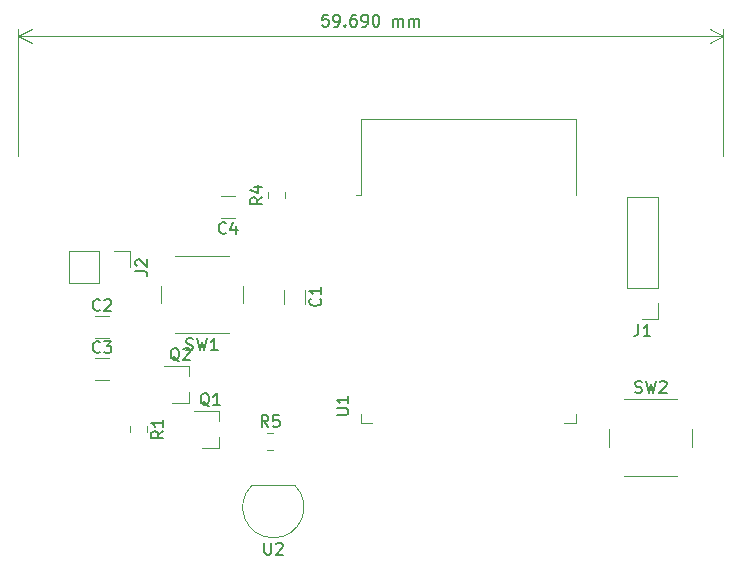
<source format=gbr>
G04 #@! TF.GenerationSoftware,KiCad,Pcbnew,5.1.4-e60b266~84~ubuntu19.04.1*
G04 #@! TF.CreationDate,2019-10-25T19:11:23+03:00*
G04 #@! TF.ProjectId,temp_monitor,74656d70-5f6d-46f6-9e69-746f722e6b69,rev?*
G04 #@! TF.SameCoordinates,Original*
G04 #@! TF.FileFunction,Legend,Top*
G04 #@! TF.FilePolarity,Positive*
%FSLAX46Y46*%
G04 Gerber Fmt 4.6, Leading zero omitted, Abs format (unit mm)*
G04 Created by KiCad (PCBNEW 5.1.4-e60b266~84~ubuntu19.04.1) date 2019-10-25 19:11:23*
%MOMM*%
%LPD*%
G04 APERTURE LIST*
%ADD10C,0.150000*%
%ADD11C,0.120000*%
G04 APERTURE END LIST*
D10*
X115125952Y-73112380D02*
X114649761Y-73112380D01*
X114602142Y-73588571D01*
X114649761Y-73540952D01*
X114745000Y-73493333D01*
X114983095Y-73493333D01*
X115078333Y-73540952D01*
X115125952Y-73588571D01*
X115173571Y-73683809D01*
X115173571Y-73921904D01*
X115125952Y-74017142D01*
X115078333Y-74064761D01*
X114983095Y-74112380D01*
X114745000Y-74112380D01*
X114649761Y-74064761D01*
X114602142Y-74017142D01*
X115649761Y-74112380D02*
X115840238Y-74112380D01*
X115935476Y-74064761D01*
X115983095Y-74017142D01*
X116078333Y-73874285D01*
X116125952Y-73683809D01*
X116125952Y-73302857D01*
X116078333Y-73207619D01*
X116030714Y-73160000D01*
X115935476Y-73112380D01*
X115745000Y-73112380D01*
X115649761Y-73160000D01*
X115602142Y-73207619D01*
X115554523Y-73302857D01*
X115554523Y-73540952D01*
X115602142Y-73636190D01*
X115649761Y-73683809D01*
X115745000Y-73731428D01*
X115935476Y-73731428D01*
X116030714Y-73683809D01*
X116078333Y-73636190D01*
X116125952Y-73540952D01*
X116554523Y-74017142D02*
X116602142Y-74064761D01*
X116554523Y-74112380D01*
X116506904Y-74064761D01*
X116554523Y-74017142D01*
X116554523Y-74112380D01*
X117459285Y-73112380D02*
X117268809Y-73112380D01*
X117173571Y-73160000D01*
X117125952Y-73207619D01*
X117030714Y-73350476D01*
X116983095Y-73540952D01*
X116983095Y-73921904D01*
X117030714Y-74017142D01*
X117078333Y-74064761D01*
X117173571Y-74112380D01*
X117364047Y-74112380D01*
X117459285Y-74064761D01*
X117506904Y-74017142D01*
X117554523Y-73921904D01*
X117554523Y-73683809D01*
X117506904Y-73588571D01*
X117459285Y-73540952D01*
X117364047Y-73493333D01*
X117173571Y-73493333D01*
X117078333Y-73540952D01*
X117030714Y-73588571D01*
X116983095Y-73683809D01*
X118030714Y-74112380D02*
X118221190Y-74112380D01*
X118316428Y-74064761D01*
X118364047Y-74017142D01*
X118459285Y-73874285D01*
X118506904Y-73683809D01*
X118506904Y-73302857D01*
X118459285Y-73207619D01*
X118411666Y-73160000D01*
X118316428Y-73112380D01*
X118125952Y-73112380D01*
X118030714Y-73160000D01*
X117983095Y-73207619D01*
X117935476Y-73302857D01*
X117935476Y-73540952D01*
X117983095Y-73636190D01*
X118030714Y-73683809D01*
X118125952Y-73731428D01*
X118316428Y-73731428D01*
X118411666Y-73683809D01*
X118459285Y-73636190D01*
X118506904Y-73540952D01*
X119125952Y-73112380D02*
X119221190Y-73112380D01*
X119316428Y-73160000D01*
X119364047Y-73207619D01*
X119411666Y-73302857D01*
X119459285Y-73493333D01*
X119459285Y-73731428D01*
X119411666Y-73921904D01*
X119364047Y-74017142D01*
X119316428Y-74064761D01*
X119221190Y-74112380D01*
X119125952Y-74112380D01*
X119030714Y-74064761D01*
X118983095Y-74017142D01*
X118935476Y-73921904D01*
X118887857Y-73731428D01*
X118887857Y-73493333D01*
X118935476Y-73302857D01*
X118983095Y-73207619D01*
X119030714Y-73160000D01*
X119125952Y-73112380D01*
X120649761Y-74112380D02*
X120649761Y-73445714D01*
X120649761Y-73540952D02*
X120697380Y-73493333D01*
X120792619Y-73445714D01*
X120935476Y-73445714D01*
X121030714Y-73493333D01*
X121078333Y-73588571D01*
X121078333Y-74112380D01*
X121078333Y-73588571D02*
X121125952Y-73493333D01*
X121221190Y-73445714D01*
X121364047Y-73445714D01*
X121459285Y-73493333D01*
X121506904Y-73588571D01*
X121506904Y-74112380D01*
X121983095Y-74112380D02*
X121983095Y-73445714D01*
X121983095Y-73540952D02*
X122030714Y-73493333D01*
X122125952Y-73445714D01*
X122268809Y-73445714D01*
X122364047Y-73493333D01*
X122411666Y-73588571D01*
X122411666Y-74112380D01*
X122411666Y-73588571D02*
X122459285Y-73493333D01*
X122554523Y-73445714D01*
X122697380Y-73445714D01*
X122792619Y-73493333D01*
X122840238Y-73588571D01*
X122840238Y-74112380D01*
D11*
X88900000Y-74930000D02*
X148590000Y-74930000D01*
X88900000Y-85090000D02*
X88900000Y-74343579D01*
X148590000Y-85090000D02*
X148590000Y-74343579D01*
X148590000Y-74930000D02*
X147463496Y-75516421D01*
X148590000Y-74930000D02*
X147463496Y-74343579D01*
X88900000Y-74930000D02*
X90026504Y-75516421D01*
X88900000Y-74930000D02*
X90026504Y-74343579D01*
X117880000Y-106890000D02*
X117880000Y-107670000D01*
X117880000Y-107670000D02*
X118880000Y-107670000D01*
X136120000Y-106890000D02*
X136120000Y-107670000D01*
X136120000Y-107670000D02*
X135120000Y-107670000D01*
X117880000Y-81925000D02*
X136120000Y-81925000D01*
X136120000Y-81925000D02*
X136120000Y-88345000D01*
X117880000Y-81925000D02*
X117880000Y-88345000D01*
X117880000Y-88345000D02*
X117500000Y-88345000D01*
X113178000Y-96389436D02*
X113178000Y-97593564D01*
X111358000Y-96389436D02*
X111358000Y-97593564D01*
X95373436Y-100478000D02*
X96577564Y-100478000D01*
X95373436Y-98658000D02*
X96577564Y-98658000D01*
X95373436Y-102214000D02*
X96577564Y-102214000D01*
X95373436Y-104034000D02*
X96577564Y-104034000D01*
X107245564Y-88498000D02*
X106041436Y-88498000D01*
X107245564Y-90318000D02*
X106041436Y-90318000D01*
X143062000Y-88586000D02*
X140402000Y-88586000D01*
X143062000Y-96266000D02*
X143062000Y-88586000D01*
X140402000Y-96266000D02*
X140402000Y-88586000D01*
X143062000Y-96266000D02*
X140402000Y-96266000D01*
X143062000Y-97536000D02*
X143062000Y-98866000D01*
X143062000Y-98866000D02*
X141732000Y-98866000D01*
X105916000Y-109784000D02*
X105916000Y-108854000D01*
X105916000Y-106624000D02*
X105916000Y-107554000D01*
X105916000Y-106624000D02*
X103756000Y-106624000D01*
X105916000Y-109784000D02*
X104456000Y-109784000D01*
X103376000Y-105974000D02*
X101916000Y-105974000D01*
X103376000Y-102814000D02*
X101216000Y-102814000D01*
X103376000Y-102814000D02*
X103376000Y-103744000D01*
X103376000Y-105974000D02*
X103376000Y-105044000D01*
X99770000Y-107933748D02*
X99770000Y-108456252D01*
X98350000Y-107933748D02*
X98350000Y-108456252D01*
X111454000Y-88662252D02*
X111454000Y-88139748D01*
X110034000Y-88662252D02*
X110034000Y-88139748D01*
X106696000Y-93560000D02*
X102196000Y-93560000D01*
X107946000Y-97560000D02*
X107946000Y-96060000D01*
X102196000Y-100060000D02*
X106696000Y-100060000D01*
X100946000Y-96060000D02*
X100946000Y-97560000D01*
X145942000Y-109680000D02*
X145942000Y-108180000D01*
X144692000Y-105680000D02*
X140192000Y-105680000D01*
X138942000Y-108180000D02*
X138942000Y-109680000D01*
X140192000Y-112180000D02*
X144692000Y-112180000D01*
X112290000Y-112958000D02*
X108690000Y-112958000D01*
X112328478Y-112969522D02*
G75*
G02X110490000Y-117408000I-1838478J-1838478D01*
G01*
X108651522Y-112969522D02*
G75*
G03X110490000Y-117408000I1838478J-1838478D01*
G01*
X109965748Y-108510000D02*
X110488252Y-108510000D01*
X109965748Y-109930000D02*
X110488252Y-109930000D01*
X93158000Y-93158000D02*
X93158000Y-95818000D01*
X95758000Y-93158000D02*
X93158000Y-93158000D01*
X95758000Y-95818000D02*
X93158000Y-95818000D01*
X95758000Y-93158000D02*
X95758000Y-95818000D01*
X97028000Y-93158000D02*
X98358000Y-93158000D01*
X98358000Y-93158000D02*
X98358000Y-94488000D01*
D10*
X115842380Y-106981904D02*
X116651904Y-106981904D01*
X116747142Y-106934285D01*
X116794761Y-106886666D01*
X116842380Y-106791428D01*
X116842380Y-106600952D01*
X116794761Y-106505714D01*
X116747142Y-106458095D01*
X116651904Y-106410476D01*
X115842380Y-106410476D01*
X116842380Y-105410476D02*
X116842380Y-105981904D01*
X116842380Y-105696190D02*
X115842380Y-105696190D01*
X115985238Y-105791428D01*
X116080476Y-105886666D01*
X116128095Y-105981904D01*
X114445142Y-97158166D02*
X114492761Y-97205785D01*
X114540380Y-97348642D01*
X114540380Y-97443880D01*
X114492761Y-97586738D01*
X114397523Y-97681976D01*
X114302285Y-97729595D01*
X114111809Y-97777214D01*
X113968952Y-97777214D01*
X113778476Y-97729595D01*
X113683238Y-97681976D01*
X113588000Y-97586738D01*
X113540380Y-97443880D01*
X113540380Y-97348642D01*
X113588000Y-97205785D01*
X113635619Y-97158166D01*
X114540380Y-96205785D02*
X114540380Y-96777214D01*
X114540380Y-96491500D02*
X113540380Y-96491500D01*
X113683238Y-96586738D01*
X113778476Y-96681976D01*
X113826095Y-96777214D01*
X95808833Y-98105142D02*
X95761214Y-98152761D01*
X95618357Y-98200380D01*
X95523119Y-98200380D01*
X95380261Y-98152761D01*
X95285023Y-98057523D01*
X95237404Y-97962285D01*
X95189785Y-97771809D01*
X95189785Y-97628952D01*
X95237404Y-97438476D01*
X95285023Y-97343238D01*
X95380261Y-97248000D01*
X95523119Y-97200380D01*
X95618357Y-97200380D01*
X95761214Y-97248000D01*
X95808833Y-97295619D01*
X96189785Y-97295619D02*
X96237404Y-97248000D01*
X96332642Y-97200380D01*
X96570738Y-97200380D01*
X96665976Y-97248000D01*
X96713595Y-97295619D01*
X96761214Y-97390857D01*
X96761214Y-97486095D01*
X96713595Y-97628952D01*
X96142166Y-98200380D01*
X96761214Y-98200380D01*
X95808833Y-101661142D02*
X95761214Y-101708761D01*
X95618357Y-101756380D01*
X95523119Y-101756380D01*
X95380261Y-101708761D01*
X95285023Y-101613523D01*
X95237404Y-101518285D01*
X95189785Y-101327809D01*
X95189785Y-101184952D01*
X95237404Y-100994476D01*
X95285023Y-100899238D01*
X95380261Y-100804000D01*
X95523119Y-100756380D01*
X95618357Y-100756380D01*
X95761214Y-100804000D01*
X95808833Y-100851619D01*
X96142166Y-100756380D02*
X96761214Y-100756380D01*
X96427880Y-101137333D01*
X96570738Y-101137333D01*
X96665976Y-101184952D01*
X96713595Y-101232571D01*
X96761214Y-101327809D01*
X96761214Y-101565904D01*
X96713595Y-101661142D01*
X96665976Y-101708761D01*
X96570738Y-101756380D01*
X96285023Y-101756380D01*
X96189785Y-101708761D01*
X96142166Y-101661142D01*
X106476833Y-91585142D02*
X106429214Y-91632761D01*
X106286357Y-91680380D01*
X106191119Y-91680380D01*
X106048261Y-91632761D01*
X105953023Y-91537523D01*
X105905404Y-91442285D01*
X105857785Y-91251809D01*
X105857785Y-91108952D01*
X105905404Y-90918476D01*
X105953023Y-90823238D01*
X106048261Y-90728000D01*
X106191119Y-90680380D01*
X106286357Y-90680380D01*
X106429214Y-90728000D01*
X106476833Y-90775619D01*
X107333976Y-91013714D02*
X107333976Y-91680380D01*
X107095880Y-90632761D02*
X106857785Y-91347047D01*
X107476833Y-91347047D01*
X141398666Y-99318380D02*
X141398666Y-100032666D01*
X141351047Y-100175523D01*
X141255809Y-100270761D01*
X141112952Y-100318380D01*
X141017714Y-100318380D01*
X142398666Y-100318380D02*
X141827238Y-100318380D01*
X142112952Y-100318380D02*
X142112952Y-99318380D01*
X142017714Y-99461238D01*
X141922476Y-99556476D01*
X141827238Y-99604095D01*
X105060761Y-106251619D02*
X104965523Y-106204000D01*
X104870285Y-106108761D01*
X104727428Y-105965904D01*
X104632190Y-105918285D01*
X104536952Y-105918285D01*
X104584571Y-106156380D02*
X104489333Y-106108761D01*
X104394095Y-106013523D01*
X104346476Y-105823047D01*
X104346476Y-105489714D01*
X104394095Y-105299238D01*
X104489333Y-105204000D01*
X104584571Y-105156380D01*
X104775047Y-105156380D01*
X104870285Y-105204000D01*
X104965523Y-105299238D01*
X105013142Y-105489714D01*
X105013142Y-105823047D01*
X104965523Y-106013523D01*
X104870285Y-106108761D01*
X104775047Y-106156380D01*
X104584571Y-106156380D01*
X105965523Y-106156380D02*
X105394095Y-106156380D01*
X105679809Y-106156380D02*
X105679809Y-105156380D01*
X105584571Y-105299238D01*
X105489333Y-105394476D01*
X105394095Y-105442095D01*
X102520761Y-102441619D02*
X102425523Y-102394000D01*
X102330285Y-102298761D01*
X102187428Y-102155904D01*
X102092190Y-102108285D01*
X101996952Y-102108285D01*
X102044571Y-102346380D02*
X101949333Y-102298761D01*
X101854095Y-102203523D01*
X101806476Y-102013047D01*
X101806476Y-101679714D01*
X101854095Y-101489238D01*
X101949333Y-101394000D01*
X102044571Y-101346380D01*
X102235047Y-101346380D01*
X102330285Y-101394000D01*
X102425523Y-101489238D01*
X102473142Y-101679714D01*
X102473142Y-102013047D01*
X102425523Y-102203523D01*
X102330285Y-102298761D01*
X102235047Y-102346380D01*
X102044571Y-102346380D01*
X102854095Y-101441619D02*
X102901714Y-101394000D01*
X102996952Y-101346380D01*
X103235047Y-101346380D01*
X103330285Y-101394000D01*
X103377904Y-101441619D01*
X103425523Y-101536857D01*
X103425523Y-101632095D01*
X103377904Y-101774952D01*
X102806476Y-102346380D01*
X103425523Y-102346380D01*
X101162380Y-108361666D02*
X100686190Y-108695000D01*
X101162380Y-108933095D02*
X100162380Y-108933095D01*
X100162380Y-108552142D01*
X100210000Y-108456904D01*
X100257619Y-108409285D01*
X100352857Y-108361666D01*
X100495714Y-108361666D01*
X100590952Y-108409285D01*
X100638571Y-108456904D01*
X100686190Y-108552142D01*
X100686190Y-108933095D01*
X101162380Y-107409285D02*
X101162380Y-107980714D01*
X101162380Y-107695000D02*
X100162380Y-107695000D01*
X100305238Y-107790238D01*
X100400476Y-107885476D01*
X100448095Y-107980714D01*
X109546380Y-88567666D02*
X109070190Y-88901000D01*
X109546380Y-89139095D02*
X108546380Y-89139095D01*
X108546380Y-88758142D01*
X108594000Y-88662904D01*
X108641619Y-88615285D01*
X108736857Y-88567666D01*
X108879714Y-88567666D01*
X108974952Y-88615285D01*
X109022571Y-88662904D01*
X109070190Y-88758142D01*
X109070190Y-89139095D01*
X108879714Y-87710523D02*
X109546380Y-87710523D01*
X108498761Y-87948619D02*
X109213047Y-88186714D01*
X109213047Y-87567666D01*
X103112666Y-101464761D02*
X103255523Y-101512380D01*
X103493619Y-101512380D01*
X103588857Y-101464761D01*
X103636476Y-101417142D01*
X103684095Y-101321904D01*
X103684095Y-101226666D01*
X103636476Y-101131428D01*
X103588857Y-101083809D01*
X103493619Y-101036190D01*
X103303142Y-100988571D01*
X103207904Y-100940952D01*
X103160285Y-100893333D01*
X103112666Y-100798095D01*
X103112666Y-100702857D01*
X103160285Y-100607619D01*
X103207904Y-100560000D01*
X103303142Y-100512380D01*
X103541238Y-100512380D01*
X103684095Y-100560000D01*
X104017428Y-100512380D02*
X104255523Y-101512380D01*
X104446000Y-100798095D01*
X104636476Y-101512380D01*
X104874571Y-100512380D01*
X105779333Y-101512380D02*
X105207904Y-101512380D01*
X105493619Y-101512380D02*
X105493619Y-100512380D01*
X105398380Y-100655238D01*
X105303142Y-100750476D01*
X105207904Y-100798095D01*
X141108666Y-105084761D02*
X141251523Y-105132380D01*
X141489619Y-105132380D01*
X141584857Y-105084761D01*
X141632476Y-105037142D01*
X141680095Y-104941904D01*
X141680095Y-104846666D01*
X141632476Y-104751428D01*
X141584857Y-104703809D01*
X141489619Y-104656190D01*
X141299142Y-104608571D01*
X141203904Y-104560952D01*
X141156285Y-104513333D01*
X141108666Y-104418095D01*
X141108666Y-104322857D01*
X141156285Y-104227619D01*
X141203904Y-104180000D01*
X141299142Y-104132380D01*
X141537238Y-104132380D01*
X141680095Y-104180000D01*
X142013428Y-104132380D02*
X142251523Y-105132380D01*
X142442000Y-104418095D01*
X142632476Y-105132380D01*
X142870571Y-104132380D01*
X143203904Y-104227619D02*
X143251523Y-104180000D01*
X143346761Y-104132380D01*
X143584857Y-104132380D01*
X143680095Y-104180000D01*
X143727714Y-104227619D01*
X143775333Y-104322857D01*
X143775333Y-104418095D01*
X143727714Y-104560952D01*
X143156285Y-105132380D01*
X143775333Y-105132380D01*
X109728095Y-117820380D02*
X109728095Y-118629904D01*
X109775714Y-118725142D01*
X109823333Y-118772761D01*
X109918571Y-118820380D01*
X110109047Y-118820380D01*
X110204285Y-118772761D01*
X110251904Y-118725142D01*
X110299523Y-118629904D01*
X110299523Y-117820380D01*
X110728095Y-117915619D02*
X110775714Y-117868000D01*
X110870952Y-117820380D01*
X111109047Y-117820380D01*
X111204285Y-117868000D01*
X111251904Y-117915619D01*
X111299523Y-118010857D01*
X111299523Y-118106095D01*
X111251904Y-118248952D01*
X110680476Y-118820380D01*
X111299523Y-118820380D01*
X110060333Y-108022380D02*
X109727000Y-107546190D01*
X109488904Y-108022380D02*
X109488904Y-107022380D01*
X109869857Y-107022380D01*
X109965095Y-107070000D01*
X110012714Y-107117619D01*
X110060333Y-107212857D01*
X110060333Y-107355714D01*
X110012714Y-107450952D01*
X109965095Y-107498571D01*
X109869857Y-107546190D01*
X109488904Y-107546190D01*
X110965095Y-107022380D02*
X110488904Y-107022380D01*
X110441285Y-107498571D01*
X110488904Y-107450952D01*
X110584142Y-107403333D01*
X110822238Y-107403333D01*
X110917476Y-107450952D01*
X110965095Y-107498571D01*
X111012714Y-107593809D01*
X111012714Y-107831904D01*
X110965095Y-107927142D01*
X110917476Y-107974761D01*
X110822238Y-108022380D01*
X110584142Y-108022380D01*
X110488904Y-107974761D01*
X110441285Y-107927142D01*
X98810380Y-94821333D02*
X99524666Y-94821333D01*
X99667523Y-94868952D01*
X99762761Y-94964190D01*
X99810380Y-95107047D01*
X99810380Y-95202285D01*
X98905619Y-94392761D02*
X98858000Y-94345142D01*
X98810380Y-94249904D01*
X98810380Y-94011809D01*
X98858000Y-93916571D01*
X98905619Y-93868952D01*
X99000857Y-93821333D01*
X99096095Y-93821333D01*
X99238952Y-93868952D01*
X99810380Y-94440380D01*
X99810380Y-93821333D01*
M02*

</source>
